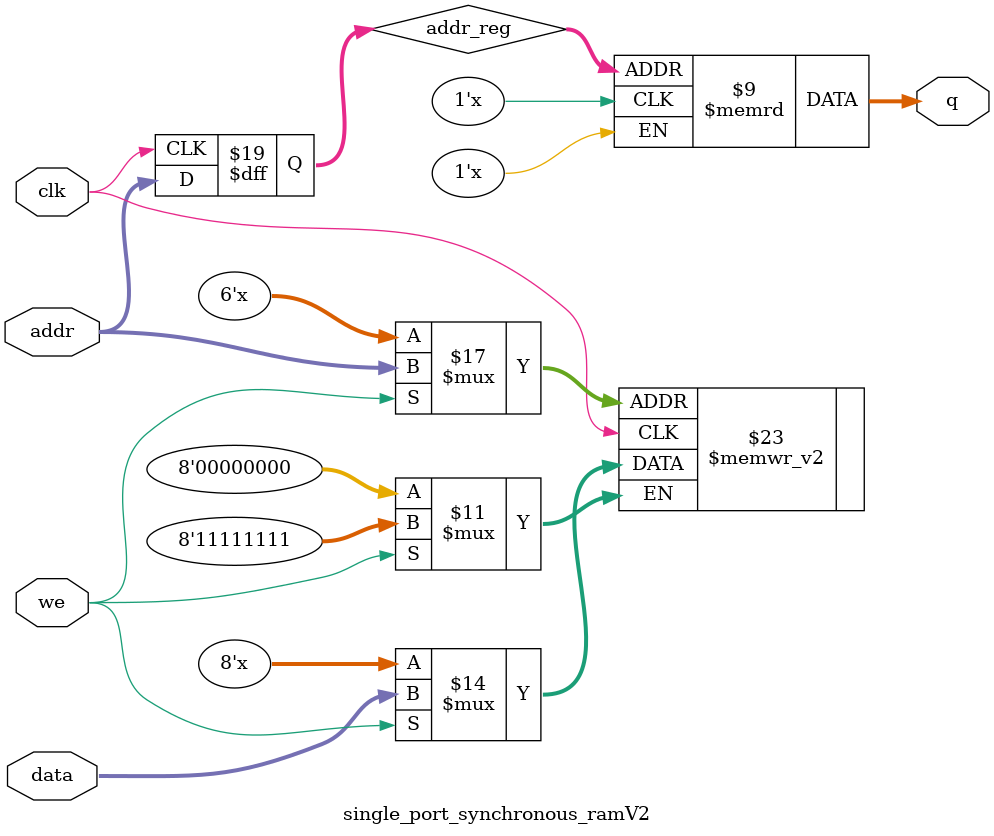
<source format=v>
`timescale 1ns / 1ps


module single_port_synchronous_ramV2(q,data,addr,we,clk); // Synchronous RAM and 1-R or 1-W or 1-R and 1-W ,
                                                          //new data is read and takes 2 clk cycles for reading and writing from diff add.
	input [7:0] data;
	input [5:0] addr;
	input we, clk;
	output [7:0] q;
	
	reg [7:0] sram[63:0];
	
	reg [5:0] addr_reg;
	
	always @ (posedge clk)
	begin
		if (we)
			sram[addr] <= data;
		addr_reg <= addr;
	end
		
	assign q = sram[addr_reg];
	
endmodule

</source>
